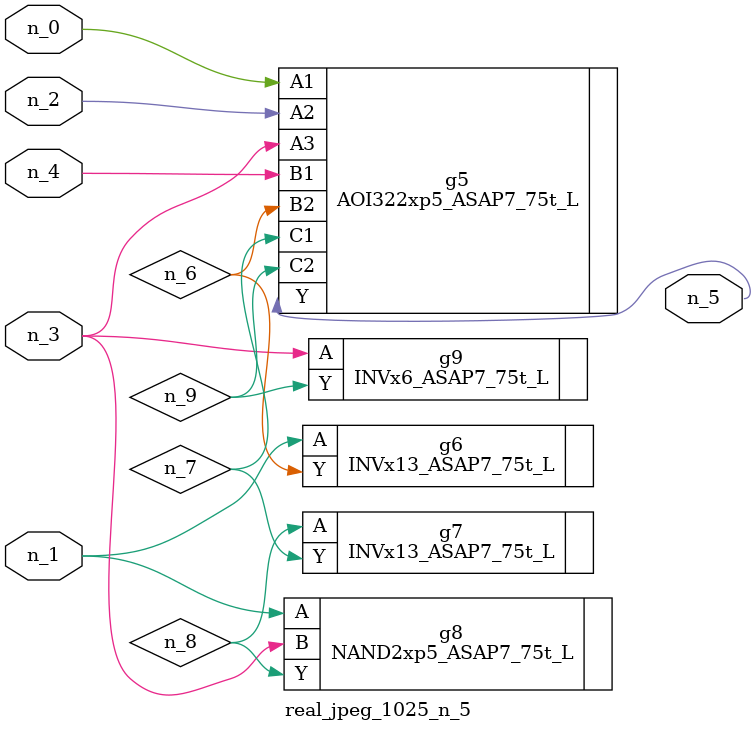
<source format=v>
module real_jpeg_1025_n_5 (n_4, n_0, n_1, n_2, n_3, n_5);

input n_4;
input n_0;
input n_1;
input n_2;
input n_3;

output n_5;

wire n_8;
wire n_6;
wire n_7;
wire n_9;

AOI322xp5_ASAP7_75t_L g5 ( 
.A1(n_0),
.A2(n_2),
.A3(n_3),
.B1(n_4),
.B2(n_6),
.C1(n_7),
.C2(n_9),
.Y(n_5)
);

INVx13_ASAP7_75t_L g6 ( 
.A(n_1),
.Y(n_6)
);

NAND2xp5_ASAP7_75t_L g8 ( 
.A(n_1),
.B(n_3),
.Y(n_8)
);

INVx6_ASAP7_75t_L g9 ( 
.A(n_3),
.Y(n_9)
);

INVx13_ASAP7_75t_L g7 ( 
.A(n_8),
.Y(n_7)
);


endmodule
</source>
